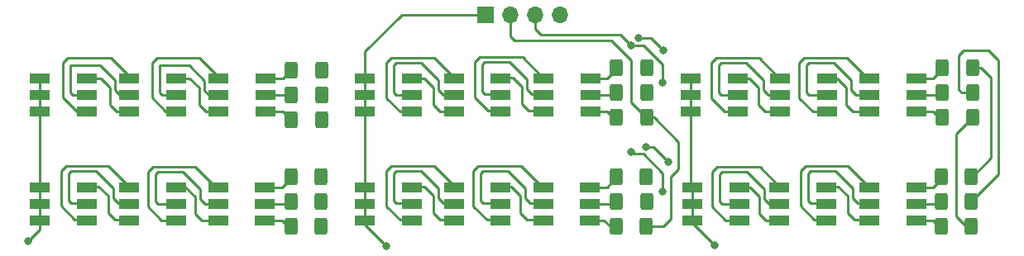
<source format=gbr>
%TF.GenerationSoftware,KiCad,Pcbnew,(6.0.5)*%
%TF.CreationDate,2023-08-09T01:27:25+09:00*%
%TF.ProjectId,TSAL,5453414c-2e6b-4696-9361-645f70636258,rev?*%
%TF.SameCoordinates,Original*%
%TF.FileFunction,Copper,L2,Bot*%
%TF.FilePolarity,Positive*%
%FSLAX46Y46*%
G04 Gerber Fmt 4.6, Leading zero omitted, Abs format (unit mm)*
G04 Created by KiCad (PCBNEW (6.0.5)) date 2023-08-09 01:27:25*
%MOMM*%
%LPD*%
G01*
G04 APERTURE LIST*
G04 Aperture macros list*
%AMRoundRect*
0 Rectangle with rounded corners*
0 $1 Rounding radius*
0 $2 $3 $4 $5 $6 $7 $8 $9 X,Y pos of 4 corners*
0 Add a 4 corners polygon primitive as box body*
4,1,4,$2,$3,$4,$5,$6,$7,$8,$9,$2,$3,0*
0 Add four circle primitives for the rounded corners*
1,1,$1+$1,$2,$3*
1,1,$1+$1,$4,$5*
1,1,$1+$1,$6,$7*
1,1,$1+$1,$8,$9*
0 Add four rect primitives between the rounded corners*
20,1,$1+$1,$2,$3,$4,$5,0*
20,1,$1+$1,$4,$5,$6,$7,0*
20,1,$1+$1,$6,$7,$8,$9,0*
20,1,$1+$1,$8,$9,$2,$3,0*%
G04 Aperture macros list end*
%TA.AperFunction,ComponentPad*%
%ADD10R,1.700000X1.700000*%
%TD*%
%TA.AperFunction,ComponentPad*%
%ADD11O,1.700000X1.700000*%
%TD*%
%TA.AperFunction,SMDPad,CuDef*%
%ADD12RoundRect,0.250000X0.400000X0.625000X-0.400000X0.625000X-0.400000X-0.625000X0.400000X-0.625000X0*%
%TD*%
%TA.AperFunction,SMDPad,CuDef*%
%ADD13R,2.000000X1.100000*%
%TD*%
%TA.AperFunction,ViaPad*%
%ADD14C,0.800000*%
%TD*%
%TA.AperFunction,Conductor*%
%ADD15C,0.250000*%
%TD*%
G04 APERTURE END LIST*
D10*
%TO.P,J1,1*%
%TO.N,12V*%
X141812000Y-119778000D03*
D11*
%TO.P,J1,2*%
%TO.N,TSAL_RED*%
X144352000Y-119778000D03*
%TO.P,J1,3*%
%TO.N,TSAL_GREEN*%
X146892000Y-119778000D03*
%TO.P,J1,4*%
%TO.N,TSAL_BLUE*%
X149432000Y-119778000D03*
%TD*%
D12*
%TO.P,R37,1*%
%TO.N,TSAL_RED*%
X158262000Y-141488000D03*
%TO.P,R37,2*%
%TO.N,Net-(D27-Pad3)*%
X155162000Y-141488000D03*
%TD*%
D13*
%TO.P,D32,1,BK*%
%TO.N,Net-(D25-Pad4)*%
X176752000Y-126358000D03*
%TO.P,D32,2,GK*%
%TO.N,Net-(D25-Pad5)*%
X176752000Y-128058000D03*
%TO.P,D32,3,RK*%
%TO.N,Net-(D25-Pad6)*%
X176752000Y-129758000D03*
%TO.P,D32,4,BA*%
%TO.N,Net-(D32-Pad4)*%
X171952000Y-129758000D03*
%TO.P,D32,5,GA*%
%TO.N,Net-(D32-Pad5)*%
X171952000Y-128058000D03*
%TO.P,D32,6,RA*%
%TO.N,Net-(D32-Pad6)*%
X171952000Y-126358000D03*
%TD*%
%TO.P,D39,1,BK*%
%TO.N,Net-(D32-Pad4)*%
X167614000Y-126339600D03*
%TO.P,D39,2,GK*%
%TO.N,Net-(D32-Pad5)*%
X167614000Y-128039600D03*
%TO.P,D39,3,RK*%
%TO.N,Net-(D32-Pad6)*%
X167614000Y-129739600D03*
%TO.P,D39,4,BA*%
%TO.N,12V*%
X162814000Y-129739600D03*
%TO.P,D39,5,GA*%
X162814000Y-128039600D03*
%TO.P,D39,6,RA*%
X162814000Y-126339600D03*
%TD*%
D12*
%TO.P,R36,1*%
%TO.N,TSAL_BLUE*%
X124992000Y-136388000D03*
%TO.P,R36,2*%
%TO.N,Net-(D26-Pad1)*%
X121892000Y-136388000D03*
%TD*%
D13*
%TO.P,D23,1,BK*%
%TO.N,Net-(D23-Pad1)*%
X152513000Y-126351000D03*
%TO.P,D23,2,GK*%
%TO.N,Net-(D23-Pad2)*%
X152513000Y-128051000D03*
%TO.P,D23,3,RK*%
%TO.N,Net-(D23-Pad3)*%
X152513000Y-129751000D03*
%TO.P,D23,4,BA*%
%TO.N,Net-(D23-Pad4)*%
X147713000Y-129751000D03*
%TO.P,D23,5,GA*%
%TO.N,Net-(D23-Pad5)*%
X147713000Y-128051000D03*
%TO.P,D23,6,RA*%
%TO.N,Net-(D23-Pad6)*%
X147713000Y-126351000D03*
%TD*%
D12*
%TO.P,R35,1*%
%TO.N,TSAL_GREEN*%
X124992000Y-138938000D03*
%TO.P,R35,2*%
%TO.N,Net-(D26-Pad2)*%
X121892000Y-138938000D03*
%TD*%
D13*
%TO.P,D24,1,BK*%
%TO.N,Net-(D24-Pad1)*%
X185890000Y-137488000D03*
%TO.P,D24,2,GK*%
%TO.N,Net-(D24-Pad2)*%
X185890000Y-139188000D03*
%TO.P,D24,3,RK*%
%TO.N,Net-(D24-Pad3)*%
X185890000Y-140888000D03*
%TO.P,D24,4,BA*%
%TO.N,Net-(D24-Pad4)*%
X181090000Y-140888000D03*
%TO.P,D24,5,GA*%
%TO.N,Net-(D24-Pad5)*%
X181090000Y-139188000D03*
%TO.P,D24,6,RA*%
%TO.N,Net-(D24-Pad6)*%
X181090000Y-137488000D03*
%TD*%
%TO.P,D25,1,BK*%
%TO.N,Net-(D25-Pad1)*%
X185892000Y-126358000D03*
%TO.P,D25,2,GK*%
%TO.N,Net-(D25-Pad2)*%
X185892000Y-128058000D03*
%TO.P,D25,3,RK*%
%TO.N,Net-(D25-Pad3)*%
X185892000Y-129758000D03*
%TO.P,D25,4,BA*%
%TO.N,Net-(D25-Pad4)*%
X181092000Y-129758000D03*
%TO.P,D25,5,GA*%
%TO.N,Net-(D25-Pad5)*%
X181092000Y-128058000D03*
%TO.P,D25,6,RA*%
%TO.N,Net-(D25-Pad6)*%
X181092000Y-126358000D03*
%TD*%
D12*
%TO.P,R38,1*%
%TO.N,TSAL_GREEN*%
X158272000Y-138938000D03*
%TO.P,R38,2*%
%TO.N,Net-(D27-Pad2)*%
X155172000Y-138938000D03*
%TD*%
D13*
%TO.P,D38,1,BK*%
%TO.N,Net-(D31-Pad4)*%
X167752000Y-137488000D03*
%TO.P,D38,2,GK*%
%TO.N,Net-(D31-Pad5)*%
X167752000Y-139188000D03*
%TO.P,D38,3,RK*%
%TO.N,Net-(D31-Pad6)*%
X167752000Y-140888000D03*
%TO.P,D38,4,BA*%
%TO.N,12V*%
X162952000Y-140888000D03*
%TO.P,D38,5,GA*%
X162952000Y-139188000D03*
%TO.P,D38,6,RA*%
X162952000Y-137488000D03*
%TD*%
%TO.P,D31,1,BK*%
%TO.N,Net-(D24-Pad4)*%
X176642000Y-137488000D03*
%TO.P,D31,2,GK*%
%TO.N,Net-(D24-Pad5)*%
X176642000Y-139188000D03*
%TO.P,D31,3,RK*%
%TO.N,Net-(D24-Pad6)*%
X176642000Y-140888000D03*
%TO.P,D31,4,BA*%
%TO.N,Net-(D31-Pad4)*%
X171842000Y-140888000D03*
%TO.P,D31,5,GA*%
%TO.N,Net-(D31-Pad5)*%
X171842000Y-139188000D03*
%TO.P,D31,6,RA*%
%TO.N,Net-(D31-Pad6)*%
X171842000Y-137488000D03*
%TD*%
D12*
%TO.P,R32,1*%
%TO.N,TSAL_GREEN*%
X191652000Y-127798000D03*
%TO.P,R32,2*%
%TO.N,Net-(D25-Pad2)*%
X188552000Y-127798000D03*
%TD*%
D13*
%TO.P,D29,1,BK*%
%TO.N,Net-(D22-Pad4)*%
X110102000Y-126318000D03*
%TO.P,D29,2,GK*%
%TO.N,Net-(D22-Pad5)*%
X110102000Y-128018000D03*
%TO.P,D29,3,RK*%
%TO.N,Net-(D22-Pad6)*%
X110102000Y-129718000D03*
%TO.P,D29,4,BA*%
%TO.N,Net-(D29-Pad4)*%
X105302000Y-129718000D03*
%TO.P,D29,5,GA*%
%TO.N,Net-(D29-Pad5)*%
X105302000Y-128018000D03*
%TO.P,D29,6,RA*%
%TO.N,Net-(D29-Pad6)*%
X105302000Y-126318000D03*
%TD*%
%TO.P,D41,1,BK*%
%TO.N,Net-(D34-Pad4)*%
X134232000Y-137488000D03*
%TO.P,D41,2,GK*%
%TO.N,Net-(D34-Pad5)*%
X134232000Y-139188000D03*
%TO.P,D41,3,RK*%
%TO.N,Net-(D34-Pad6)*%
X134232000Y-140888000D03*
%TO.P,D41,4,BA*%
%TO.N,12V*%
X129432000Y-140888000D03*
%TO.P,D41,5,GA*%
X129432000Y-139188000D03*
%TO.P,D41,6,RA*%
X129432000Y-137488000D03*
%TD*%
D12*
%TO.P,R39,1*%
%TO.N,TSAL_BLUE*%
X158262000Y-136398000D03*
%TO.P,R39,2*%
%TO.N,Net-(D27-Pad1)*%
X155162000Y-136398000D03*
%TD*%
%TO.P,R31,1*%
%TO.N,TSAL_RED*%
X191652000Y-130308000D03*
%TO.P,R31,2*%
%TO.N,Net-(D25-Pad3)*%
X188552000Y-130308000D03*
%TD*%
%TO.P,R27,1*%
%TO.N,TSAL_BLUE*%
X158268600Y-125247400D03*
%TO.P,R27,2*%
%TO.N,Net-(D23-Pad1)*%
X155168600Y-125247400D03*
%TD*%
D13*
%TO.P,D26,1,BK*%
%TO.N,Net-(D26-Pad1)*%
X119232000Y-137498000D03*
%TO.P,D26,2,GK*%
%TO.N,Net-(D26-Pad2)*%
X119232000Y-139198000D03*
%TO.P,D26,3,RK*%
%TO.N,Net-(D26-Pad3)*%
X119232000Y-140898000D03*
%TO.P,D26,4,BA*%
%TO.N,Net-(D26-Pad4)*%
X114432000Y-140898000D03*
%TO.P,D26,5,GA*%
%TO.N,Net-(D26-Pad5)*%
X114432000Y-139198000D03*
%TO.P,D26,6,RA*%
%TO.N,Net-(D26-Pad6)*%
X114432000Y-137498000D03*
%TD*%
%TO.P,D36,1,BK*%
%TO.N,Net-(D29-Pad4)*%
X100962000Y-126316000D03*
%TO.P,D36,2,GK*%
%TO.N,Net-(D29-Pad5)*%
X100962000Y-128016000D03*
%TO.P,D36,3,RK*%
%TO.N,Net-(D29-Pad6)*%
X100962000Y-129716000D03*
%TO.P,D36,4,BA*%
%TO.N,12V*%
X96162000Y-129716000D03*
%TO.P,D36,5,GA*%
X96162000Y-128016000D03*
%TO.P,D36,6,RA*%
X96162000Y-126316000D03*
%TD*%
D12*
%TO.P,R25,1*%
%TO.N,TSAL_RED*%
X158268600Y-130327400D03*
%TO.P,R25,2*%
%TO.N,Net-(D23-Pad3)*%
X155168600Y-130327400D03*
%TD*%
D13*
%TO.P,D37,1,BK*%
%TO.N,Net-(D30-Pad4)*%
X134232000Y-126358000D03*
%TO.P,D37,2,GK*%
%TO.N,Net-(D30-Pad5)*%
X134232000Y-128058000D03*
%TO.P,D37,3,RK*%
%TO.N,Net-(D30-Pad6)*%
X134232000Y-129758000D03*
%TO.P,D37,4,BA*%
%TO.N,12V*%
X129432000Y-129758000D03*
%TO.P,D37,5,GA*%
X129432000Y-128058000D03*
%TO.P,D37,6,RA*%
X129432000Y-126358000D03*
%TD*%
D12*
%TO.P,R34,1*%
%TO.N,TSAL_RED*%
X124992000Y-141488000D03*
%TO.P,R34,2*%
%TO.N,Net-(D26-Pad3)*%
X121892000Y-141488000D03*
%TD*%
D13*
%TO.P,D30,1,BK*%
%TO.N,Net-(D23-Pad4)*%
X143362000Y-126348000D03*
%TO.P,D30,2,GK*%
%TO.N,Net-(D23-Pad5)*%
X143362000Y-128048000D03*
%TO.P,D30,3,RK*%
%TO.N,Net-(D23-Pad6)*%
X143362000Y-129748000D03*
%TO.P,D30,4,BA*%
%TO.N,Net-(D30-Pad4)*%
X138562000Y-129748000D03*
%TO.P,D30,5,GA*%
%TO.N,Net-(D30-Pad5)*%
X138562000Y-128048000D03*
%TO.P,D30,6,RA*%
%TO.N,Net-(D30-Pad6)*%
X138562000Y-126348000D03*
%TD*%
%TO.P,D40,1,BK*%
%TO.N,Net-(D33-Pad4)*%
X100952000Y-137488000D03*
%TO.P,D40,2,GK*%
%TO.N,Net-(D33-Pad5)*%
X100952000Y-139188000D03*
%TO.P,D40,3,RK*%
%TO.N,Net-(D33-Pad6)*%
X100952000Y-140888000D03*
%TO.P,D40,4,BA*%
%TO.N,12V*%
X96152000Y-140888000D03*
%TO.P,D40,5,GA*%
X96152000Y-139188000D03*
%TO.P,D40,6,RA*%
X96152000Y-137488000D03*
%TD*%
%TO.P,D33,1,BK*%
%TO.N,Net-(D26-Pad4)*%
X110092000Y-137498000D03*
%TO.P,D33,2,GK*%
%TO.N,Net-(D26-Pad5)*%
X110092000Y-139198000D03*
%TO.P,D33,3,RK*%
%TO.N,Net-(D26-Pad6)*%
X110092000Y-140898000D03*
%TO.P,D33,4,BA*%
%TO.N,Net-(D33-Pad4)*%
X105292000Y-140898000D03*
%TO.P,D33,5,GA*%
%TO.N,Net-(D33-Pad5)*%
X105292000Y-139198000D03*
%TO.P,D33,6,RA*%
%TO.N,Net-(D33-Pad6)*%
X105292000Y-137498000D03*
%TD*%
%TO.P,D22,1,BK*%
%TO.N,Net-(D22-Pad1)*%
X119242000Y-126316000D03*
%TO.P,D22,2,GK*%
%TO.N,Net-(D22-Pad2)*%
X119242000Y-128016000D03*
%TO.P,D22,3,RK*%
%TO.N,Net-(D22-Pad3)*%
X119242000Y-129716000D03*
%TO.P,D22,4,BA*%
%TO.N,Net-(D22-Pad4)*%
X114442000Y-129716000D03*
%TO.P,D22,5,GA*%
%TO.N,Net-(D22-Pad5)*%
X114442000Y-128016000D03*
%TO.P,D22,6,RA*%
%TO.N,Net-(D22-Pad6)*%
X114442000Y-126316000D03*
%TD*%
%TO.P,D34,1,BK*%
%TO.N,Net-(D27-Pad4)*%
X143362000Y-137488000D03*
%TO.P,D34,2,GK*%
%TO.N,Net-(D27-Pad5)*%
X143362000Y-139188000D03*
%TO.P,D34,3,RK*%
%TO.N,Net-(D27-Pad6)*%
X143362000Y-140888000D03*
%TO.P,D34,4,BA*%
%TO.N,Net-(D34-Pad4)*%
X138562000Y-140888000D03*
%TO.P,D34,5,GA*%
%TO.N,Net-(D34-Pad5)*%
X138562000Y-139188000D03*
%TO.P,D34,6,RA*%
%TO.N,Net-(D34-Pad6)*%
X138562000Y-137488000D03*
%TD*%
D12*
%TO.P,R24,1*%
%TO.N,TSAL_BLUE*%
X124994000Y-125476000D03*
%TO.P,R24,2*%
%TO.N,Net-(D22-Pad1)*%
X121894000Y-125476000D03*
%TD*%
%TO.P,R28,1*%
%TO.N,TSAL_RED*%
X191540000Y-141478000D03*
%TO.P,R28,2*%
%TO.N,Net-(D24-Pad3)*%
X188440000Y-141478000D03*
%TD*%
%TO.P,R23,1*%
%TO.N,TSAL_GREEN*%
X124994000Y-128016000D03*
%TO.P,R23,2*%
%TO.N,Net-(D22-Pad2)*%
X121894000Y-128016000D03*
%TD*%
%TO.P,R30,1*%
%TO.N,TSAL_BLUE*%
X191540000Y-136398000D03*
%TO.P,R30,2*%
%TO.N,Net-(D24-Pad1)*%
X188440000Y-136398000D03*
%TD*%
%TO.P,R29,1*%
%TO.N,TSAL_GREEN*%
X191540000Y-138938000D03*
%TO.P,R29,2*%
%TO.N,Net-(D24-Pad2)*%
X188440000Y-138938000D03*
%TD*%
%TO.P,R22,1*%
%TO.N,TSAL_RED*%
X124994000Y-130556000D03*
%TO.P,R22,2*%
%TO.N,Net-(D22-Pad3)*%
X121894000Y-130556000D03*
%TD*%
D13*
%TO.P,D27,1,BK*%
%TO.N,Net-(D27-Pad1)*%
X152502000Y-137498000D03*
%TO.P,D27,2,GK*%
%TO.N,Net-(D27-Pad2)*%
X152502000Y-139198000D03*
%TO.P,D27,3,RK*%
%TO.N,Net-(D27-Pad3)*%
X152502000Y-140898000D03*
%TO.P,D27,4,BA*%
%TO.N,Net-(D27-Pad4)*%
X147702000Y-140898000D03*
%TO.P,D27,5,GA*%
%TO.N,Net-(D27-Pad5)*%
X147702000Y-139198000D03*
%TO.P,D27,6,RA*%
%TO.N,Net-(D27-Pad6)*%
X147702000Y-137498000D03*
%TD*%
D12*
%TO.P,R33,1*%
%TO.N,TSAL_BLUE*%
X191652000Y-125218000D03*
%TO.P,R33,2*%
%TO.N,Net-(D25-Pad1)*%
X188552000Y-125218000D03*
%TD*%
%TO.P,R26,1*%
%TO.N,TSAL_GREEN*%
X158268600Y-127787400D03*
%TO.P,R26,2*%
%TO.N,Net-(D23-Pad2)*%
X155168600Y-127787400D03*
%TD*%
D14*
%TO.N,TSAL_RED*%
X124994000Y-130556000D03*
X191656000Y-130302000D03*
X158242000Y-141478000D03*
X158242000Y-130302000D03*
X124968000Y-141478000D03*
X191542000Y-141478000D03*
%TO.N,TSAL_GREEN*%
X159943500Y-137922000D03*
X159949070Y-126746000D03*
X156718000Y-133858000D03*
X191542000Y-138938000D03*
X158242000Y-138938000D03*
X156718000Y-122936000D03*
X124988430Y-138938000D03*
X158242000Y-127762000D03*
X191656000Y-127797142D03*
X124994000Y-128016000D03*
%TO.N,TSAL_BLUE*%
X124988430Y-136377570D03*
X160020000Y-123444000D03*
X158242000Y-133350000D03*
X191656000Y-125222000D03*
X158399571Y-125125571D03*
X191650430Y-136398000D03*
X157480000Y-122174000D03*
X158242000Y-136398000D03*
X124994000Y-125476000D03*
X160528000Y-134874000D03*
%TO.N,12V*%
X165245000Y-143401000D03*
X94996000Y-143002000D03*
X131608000Y-143510000D03*
%TD*%
D15*
%TO.N,TSAL_RED*%
X191008000Y-141478000D02*
X191540000Y-141478000D01*
X144780000Y-122428000D02*
X144352000Y-122000000D01*
X156718000Y-128778000D02*
X156718000Y-124460000D01*
X160782000Y-140716000D02*
X160010000Y-141488000D01*
X161544000Y-135636000D02*
X160782000Y-136398000D01*
X158242000Y-130302000D02*
X156718000Y-128778000D01*
X191652000Y-130308000D02*
X189992000Y-131968000D01*
X158268600Y-130327400D02*
X159029400Y-130327400D01*
X189992000Y-140462000D02*
X191008000Y-141478000D01*
X161544000Y-132842000D02*
X161544000Y-135636000D01*
X159029400Y-130327400D02*
X161544000Y-132842000D01*
X160010000Y-141488000D02*
X158262000Y-141488000D01*
X189992000Y-131968000D02*
X189992000Y-140462000D01*
X144352000Y-122000000D02*
X144352000Y-119778000D01*
X160782000Y-136398000D02*
X160782000Y-140716000D01*
X154686000Y-122428000D02*
X144780000Y-122428000D01*
X156718000Y-124460000D02*
X154686000Y-122428000D01*
%TO.N,Net-(D22-Pad3)*%
X121054000Y-129716000D02*
X119494000Y-129716000D01*
X121894000Y-130556000D02*
X121054000Y-129716000D01*
%TO.N,TSAL_GREEN*%
X155600000Y-121818000D02*
X147472000Y-121818000D01*
X156934511Y-134074511D02*
X157944941Y-134074511D01*
X156718000Y-122936000D02*
X157988000Y-122936000D01*
X159943500Y-136073070D02*
X159943500Y-137922000D01*
X157944941Y-134074511D02*
X159943500Y-136073070D01*
X190536000Y-127798000D02*
X191652000Y-127798000D01*
X194310000Y-136168000D02*
X194310000Y-124460000D01*
X190246000Y-127508000D02*
X190536000Y-127798000D01*
X190246000Y-123952000D02*
X190246000Y-127508000D01*
X159949070Y-124897070D02*
X159949070Y-126746000D01*
X157988000Y-122936000D02*
X159949070Y-124897070D01*
X146892000Y-121238000D02*
X146892000Y-119778000D01*
X194310000Y-124460000D02*
X193294000Y-123444000D01*
X156718000Y-122936000D02*
X155600000Y-121818000D01*
X147472000Y-121818000D02*
X146892000Y-121238000D01*
X191540000Y-138938000D02*
X194310000Y-136168000D01*
X190754000Y-123444000D02*
X190246000Y-123952000D01*
X193294000Y-123444000D02*
X190754000Y-123444000D01*
X156718000Y-133858000D02*
X156934511Y-134074511D01*
%TO.N,TSAL_BLUE*%
X158242000Y-133350000D02*
X159004000Y-133350000D01*
X158750000Y-122174000D02*
X160020000Y-123444000D01*
X193548000Y-126238000D02*
X192532000Y-125222000D01*
X159004000Y-133350000D02*
X160528000Y-134874000D01*
X192532000Y-125222000D02*
X191656000Y-125222000D01*
X193548000Y-134500430D02*
X193548000Y-126238000D01*
X157480000Y-122174000D02*
X158750000Y-122174000D01*
X191650430Y-136398000D02*
X193548000Y-134500430D01*
%TO.N,Net-(D22-Pad2)*%
X121894000Y-128016000D02*
X119494000Y-128016000D01*
%TO.N,Net-(D22-Pad1)*%
X121054000Y-126316000D02*
X119494000Y-126316000D01*
X121894000Y-125476000D02*
X121054000Y-126316000D01*
%TO.N,Net-(D23-Pad3)*%
X155053000Y-130591000D02*
X154213000Y-129751000D01*
X154213000Y-129751000D02*
X152513000Y-129751000D01*
%TO.N,Net-(D23-Pad2)*%
X155053000Y-128051000D02*
X152513000Y-128051000D01*
%TO.N,Net-(D23-Pad1)*%
X154213000Y-126351000D02*
X152513000Y-126351000D01*
X155053000Y-125511000D02*
X154213000Y-126351000D01*
%TO.N,Net-(D24-Pad3)*%
X187600000Y-140888000D02*
X188440000Y-141728000D01*
X185890000Y-140888000D02*
X187600000Y-140888000D01*
%TO.N,Net-(D24-Pad2)*%
X188440000Y-139188000D02*
X185890000Y-139188000D01*
%TO.N,Net-(D24-Pad1)*%
X185890000Y-137488000D02*
X187600000Y-137488000D01*
X187600000Y-137488000D02*
X188440000Y-136648000D01*
%TO.N,Net-(D25-Pad2)*%
X188416000Y-128039600D02*
X185762000Y-128039600D01*
%TO.N,Net-(D25-Pad4)*%
X178733000Y-127277600D02*
X177795000Y-126339600D01*
X178733000Y-129055600D02*
X178733000Y-127277600D01*
X177795000Y-126339600D02*
X176561000Y-126339600D01*
X180905000Y-129739600D02*
X179417000Y-129739600D01*
X179417000Y-129739600D02*
X178733000Y-129055600D01*
%TO.N,Net-(D25-Pad5)*%
X174923000Y-124737600D02*
X177463000Y-124737600D01*
X174669000Y-127785600D02*
X174669000Y-124991600D01*
X179241000Y-126515600D02*
X179241000Y-127531600D01*
X174669000Y-124991600D02*
X174923000Y-124737600D01*
X179749000Y-128039600D02*
X180905000Y-128039600D01*
X179241000Y-127531600D02*
X179749000Y-128039600D01*
X176561000Y-128039600D02*
X174923000Y-128039600D01*
X177463000Y-124737600D02*
X179241000Y-126515600D01*
X174923000Y-128039600D02*
X174669000Y-127785600D01*
%TO.N,Net-(D25-Pad6)*%
X176561000Y-129739600D02*
X175311000Y-129739600D01*
X174415000Y-124229600D02*
X178795000Y-124229600D01*
X173907000Y-124737600D02*
X174415000Y-124229600D01*
X173907000Y-128335600D02*
X173907000Y-124737600D01*
X175311000Y-129739600D02*
X173907000Y-128335600D01*
X178795000Y-124229600D02*
X180905000Y-126339600D01*
%TO.N,Net-(D22-Pad4)*%
X114637000Y-129716000D02*
X113149000Y-129716000D01*
X112465000Y-127254000D02*
X111527000Y-126316000D01*
X112465000Y-129032000D02*
X112465000Y-127254000D01*
X113149000Y-129716000D02*
X112465000Y-129032000D01*
X111527000Y-126316000D02*
X110293000Y-126316000D01*
%TO.N,Net-(D22-Pad5)*%
X113030000Y-127565000D02*
X113481000Y-128016000D01*
X108401000Y-124968000D02*
X111449000Y-124968000D01*
X108655000Y-128016000D02*
X108401000Y-127762000D01*
X113481000Y-128016000D02*
X114637000Y-128016000D01*
X113030000Y-126549000D02*
X113030000Y-127565000D01*
X108401000Y-127762000D02*
X108401000Y-124968000D01*
X110293000Y-128016000D02*
X108655000Y-128016000D01*
X111449000Y-124968000D02*
X113030000Y-126549000D01*
%TO.N,Net-(D22-Pad6)*%
X107639000Y-124714000D02*
X108147000Y-124206000D01*
X109043000Y-129716000D02*
X107639000Y-128312000D01*
X108147000Y-124206000D02*
X112527000Y-124206000D01*
X112527000Y-124206000D02*
X114637000Y-126316000D01*
X110293000Y-129716000D02*
X109043000Y-129716000D01*
X107639000Y-128312000D02*
X107639000Y-124714000D01*
%TO.N,Net-(D26-Pad4)*%
X112724000Y-140888000D02*
X112040000Y-140204000D01*
X114212000Y-140888000D02*
X112724000Y-140888000D01*
X111102000Y-137488000D02*
X109868000Y-137488000D01*
X112040000Y-140204000D02*
X112040000Y-138426000D01*
X112040000Y-138426000D02*
X111102000Y-137488000D01*
%TO.N,Net-(D26-Pad5)*%
X113056000Y-139188000D02*
X114212000Y-139188000D01*
X112548000Y-138680000D02*
X113056000Y-139188000D01*
X108230000Y-139188000D02*
X107976000Y-138934000D01*
X107976000Y-138934000D02*
X107976000Y-136140000D01*
X110770000Y-135886000D02*
X112548000Y-137664000D01*
X108230000Y-135886000D02*
X110770000Y-135886000D01*
X112548000Y-137664000D02*
X112548000Y-138680000D01*
X107976000Y-136140000D02*
X108230000Y-135886000D01*
X109868000Y-139188000D02*
X108230000Y-139188000D01*
%TO.N,Net-(D26-Pad6)*%
X107214000Y-139484000D02*
X107214000Y-135886000D01*
X107214000Y-135886000D02*
X107722000Y-135378000D01*
X109868000Y-140888000D02*
X108618000Y-140888000D01*
X107722000Y-135378000D02*
X112102000Y-135378000D01*
X108618000Y-140888000D02*
X107214000Y-139484000D01*
X112102000Y-135378000D02*
X114212000Y-137488000D01*
%TO.N,Net-(D23-Pad4)*%
X146189000Y-129673000D02*
X145505000Y-128989000D01*
X145505000Y-128989000D02*
X145505000Y-127211000D01*
X147677000Y-129673000D02*
X146189000Y-129673000D01*
X144567000Y-126273000D02*
X143333000Y-126273000D01*
X145505000Y-127211000D02*
X144567000Y-126273000D01*
%TO.N,Net-(D23-Pad5)*%
X144235000Y-124671000D02*
X146013000Y-126449000D01*
X141695000Y-127973000D02*
X141441000Y-127719000D01*
X143333000Y-127973000D02*
X141695000Y-127973000D01*
X146013000Y-126449000D02*
X146013000Y-127465000D01*
X141441000Y-127719000D02*
X141441000Y-124925000D01*
X146521000Y-127973000D02*
X147677000Y-127973000D01*
X141695000Y-124671000D02*
X144235000Y-124671000D01*
X141441000Y-124925000D02*
X141695000Y-124671000D01*
X146013000Y-127465000D02*
X146521000Y-127973000D01*
%TO.N,Net-(D23-Pad6)*%
X145567000Y-124163000D02*
X147677000Y-126273000D01*
X141187000Y-124163000D02*
X145567000Y-124163000D01*
X142083000Y-129673000D02*
X140679000Y-128269000D01*
X143333000Y-129673000D02*
X142083000Y-129673000D01*
X140679000Y-124671000D02*
X141187000Y-124163000D01*
X140679000Y-128269000D02*
X140679000Y-124671000D01*
%TO.N,Net-(D27-Pad4)*%
X145372000Y-140151000D02*
X145372000Y-138373000D01*
X147544000Y-140835000D02*
X146056000Y-140835000D01*
X146056000Y-140835000D02*
X145372000Y-140151000D01*
X144434000Y-137435000D02*
X143200000Y-137435000D01*
X145372000Y-138373000D02*
X144434000Y-137435000D01*
%TO.N,Net-(D27-Pad5)*%
X145880000Y-138627000D02*
X146388000Y-139135000D01*
X141308000Y-136087000D02*
X141562000Y-135833000D01*
X146388000Y-139135000D02*
X147544000Y-139135000D01*
X143200000Y-139135000D02*
X141562000Y-139135000D01*
X141562000Y-135833000D02*
X144102000Y-135833000D01*
X141308000Y-138881000D02*
X141308000Y-136087000D01*
X141562000Y-139135000D02*
X141308000Y-138881000D01*
X144102000Y-135833000D02*
X145880000Y-137611000D01*
X145880000Y-137611000D02*
X145880000Y-138627000D01*
%TO.N,Net-(D27-Pad6)*%
X143200000Y-140835000D02*
X141950000Y-140835000D01*
X141950000Y-140835000D02*
X140546000Y-139431000D01*
X145434000Y-135325000D02*
X147544000Y-137435000D01*
X141054000Y-135325000D02*
X145434000Y-135325000D01*
X140546000Y-135833000D02*
X141054000Y-135325000D01*
X140546000Y-139431000D02*
X140546000Y-135833000D01*
%TO.N,Net-(D24-Pad4)*%
X181017000Y-140810000D02*
X179529000Y-140810000D01*
X177907000Y-137410000D02*
X176673000Y-137410000D01*
X178845000Y-138348000D02*
X177907000Y-137410000D01*
X178845000Y-140126000D02*
X178845000Y-138348000D01*
X179529000Y-140810000D02*
X178845000Y-140126000D01*
%TO.N,Net-(D24-Pad5)*%
X177575000Y-135808000D02*
X179353000Y-137586000D01*
X174781000Y-136062000D02*
X175035000Y-135808000D01*
X175035000Y-135808000D02*
X177575000Y-135808000D01*
X174781000Y-138856000D02*
X174781000Y-136062000D01*
X175035000Y-139110000D02*
X174781000Y-138856000D01*
X179353000Y-137586000D02*
X179353000Y-138602000D01*
X176673000Y-139110000D02*
X175035000Y-139110000D01*
X179353000Y-138602000D02*
X179861000Y-139110000D01*
X179861000Y-139110000D02*
X181017000Y-139110000D01*
%TO.N,Net-(D24-Pad6)*%
X174019000Y-135808000D02*
X174527000Y-135300000D01*
X175423000Y-140810000D02*
X174019000Y-139406000D01*
X174527000Y-135300000D02*
X178907000Y-135300000D01*
X174019000Y-139406000D02*
X174019000Y-135808000D01*
X176673000Y-140810000D02*
X175423000Y-140810000D01*
X178907000Y-135300000D02*
X181017000Y-137410000D01*
%TO.N,Net-(D29-Pad4)*%
X102440000Y-126316000D02*
X101206000Y-126316000D01*
X103378000Y-129032000D02*
X103378000Y-127254000D01*
X104062000Y-129716000D02*
X103378000Y-129032000D01*
X105550000Y-129716000D02*
X104062000Y-129716000D01*
X103378000Y-127254000D02*
X102440000Y-126316000D01*
%TO.N,Net-(D29-Pad5)*%
X102362000Y-124968000D02*
X103886000Y-126492000D01*
X99568000Y-128016000D02*
X99314000Y-127762000D01*
X104394000Y-128016000D02*
X105550000Y-128016000D01*
X103886000Y-127508000D02*
X104394000Y-128016000D01*
X99314000Y-127762000D02*
X99314000Y-124968000D01*
X99314000Y-124968000D02*
X102362000Y-124968000D01*
X101206000Y-128016000D02*
X99568000Y-128016000D01*
X103886000Y-126492000D02*
X103886000Y-127508000D01*
%TO.N,Net-(D29-Pad6)*%
X99956000Y-129716000D02*
X98552000Y-128312000D01*
X98552000Y-124714000D02*
X99060000Y-124206000D01*
X103440000Y-124206000D02*
X105550000Y-126316000D01*
X99060000Y-124206000D02*
X103440000Y-124206000D01*
X101206000Y-129716000D02*
X99956000Y-129716000D01*
X98552000Y-128312000D02*
X98552000Y-124714000D01*
%TO.N,Net-(D30-Pad4)*%
X136480000Y-129067000D02*
X136480000Y-127289000D01*
X138652000Y-129751000D02*
X137164000Y-129751000D01*
X137164000Y-129751000D02*
X136480000Y-129067000D01*
X136480000Y-127289000D02*
X135542000Y-126351000D01*
X135542000Y-126351000D02*
X134308000Y-126351000D01*
%TO.N,Net-(D30-Pad5)*%
X132416000Y-125003000D02*
X132670000Y-124749000D01*
X134308000Y-128051000D02*
X132670000Y-128051000D01*
X137496000Y-128051000D02*
X138652000Y-128051000D01*
X135210000Y-124749000D02*
X136988000Y-126527000D01*
X136988000Y-127543000D02*
X137496000Y-128051000D01*
X132416000Y-127797000D02*
X132416000Y-125003000D01*
X132670000Y-124749000D02*
X135210000Y-124749000D01*
X132670000Y-128051000D02*
X132416000Y-127797000D01*
X136988000Y-126527000D02*
X136988000Y-127543000D01*
%TO.N,Net-(D30-Pad6)*%
X134308000Y-129751000D02*
X133058000Y-129751000D01*
X133058000Y-129751000D02*
X131654000Y-128347000D01*
X132162000Y-124241000D02*
X136542000Y-124241000D01*
X136542000Y-124241000D02*
X138652000Y-126351000D01*
X131654000Y-124749000D02*
X132162000Y-124241000D01*
X131654000Y-128347000D02*
X131654000Y-124749000D01*
%TO.N,Net-(D31-Pad4)*%
X169810000Y-140204000D02*
X169810000Y-138426000D01*
X169810000Y-138426000D02*
X168872000Y-137488000D01*
X171982000Y-140888000D02*
X170494000Y-140888000D01*
X168872000Y-137488000D02*
X167638000Y-137488000D01*
X170494000Y-140888000D02*
X169810000Y-140204000D01*
%TO.N,Net-(D31-Pad5)*%
X168540000Y-135886000D02*
X170318000Y-137664000D01*
X170318000Y-137664000D02*
X170318000Y-138680000D01*
X170826000Y-139188000D02*
X171982000Y-139188000D01*
X166000000Y-135886000D02*
X168540000Y-135886000D01*
X170318000Y-138680000D02*
X170826000Y-139188000D01*
X167638000Y-139188000D02*
X166000000Y-139188000D01*
X165746000Y-136140000D02*
X166000000Y-135886000D01*
X166000000Y-139188000D02*
X165746000Y-138934000D01*
X165746000Y-138934000D02*
X165746000Y-136140000D01*
%TO.N,Net-(D31-Pad6)*%
X164984000Y-139484000D02*
X164984000Y-135886000D01*
X165492000Y-135378000D02*
X169872000Y-135378000D01*
X166388000Y-140888000D02*
X164984000Y-139484000D01*
X169872000Y-135378000D02*
X171982000Y-137488000D01*
X164984000Y-135886000D02*
X165492000Y-135378000D01*
X167638000Y-140888000D02*
X166388000Y-140888000D01*
%TO.N,Net-(D32-Pad4)*%
X168786000Y-126339600D02*
X167552000Y-126339600D01*
X171896000Y-129739600D02*
X170408000Y-129739600D01*
X170408000Y-129739600D02*
X169724000Y-129055600D01*
X169724000Y-129055600D02*
X169724000Y-127277600D01*
X169724000Y-127277600D02*
X168786000Y-126339600D01*
%TO.N,Net-(D32-Pad5)*%
X165660000Y-127785600D02*
X165660000Y-124991600D01*
X167552000Y-128039600D02*
X165914000Y-128039600D01*
X170232000Y-126515600D02*
X170232000Y-127531600D01*
X170740000Y-128039600D02*
X171896000Y-128039600D01*
X168454000Y-124737600D02*
X170232000Y-126515600D01*
X165660000Y-124991600D02*
X165914000Y-124737600D01*
X165914000Y-124737600D02*
X168454000Y-124737600D01*
X170232000Y-127531600D02*
X170740000Y-128039600D01*
X165914000Y-128039600D02*
X165660000Y-127785600D01*
%TO.N,Net-(D32-Pad6)*%
X167552000Y-129739600D02*
X166302000Y-129739600D01*
X165406000Y-124229600D02*
X169786000Y-124229600D01*
X164898000Y-124737600D02*
X165406000Y-124229600D01*
X164898000Y-128335600D02*
X164898000Y-124737600D01*
X166302000Y-129739600D02*
X164898000Y-128335600D01*
X169786000Y-124229600D02*
X171896000Y-126339600D01*
%TO.N,Net-(D34-Pad4)*%
X138654000Y-140835000D02*
X137166000Y-140835000D01*
X136482000Y-140151000D02*
X136482000Y-138373000D01*
X136482000Y-138373000D02*
X135544000Y-137435000D01*
X137166000Y-140835000D02*
X136482000Y-140151000D01*
X135544000Y-137435000D02*
X134310000Y-137435000D01*
%TO.N,Net-(D34-Pad5)*%
X137498000Y-139135000D02*
X138654000Y-139135000D01*
X132672000Y-135833000D02*
X135212000Y-135833000D01*
X134310000Y-139135000D02*
X132672000Y-139135000D01*
X132672000Y-139135000D02*
X132418000Y-138881000D01*
X132418000Y-138881000D02*
X132418000Y-136087000D01*
X136990000Y-137611000D02*
X136990000Y-138627000D01*
X135212000Y-135833000D02*
X136990000Y-137611000D01*
X136990000Y-138627000D02*
X137498000Y-139135000D01*
X132418000Y-136087000D02*
X132672000Y-135833000D01*
%TO.N,Net-(D34-Pad6)*%
X136544000Y-135325000D02*
X138654000Y-137435000D01*
X131656000Y-135833000D02*
X132164000Y-135325000D01*
X132164000Y-135325000D02*
X136544000Y-135325000D01*
X133060000Y-140835000D02*
X131656000Y-139431000D01*
X134310000Y-140835000D02*
X133060000Y-140835000D01*
X131656000Y-139431000D02*
X131656000Y-135833000D01*
%TO.N,Net-(D25-Pad3)*%
X187576000Y-129739600D02*
X188416000Y-130579600D01*
X185762000Y-129739600D02*
X187576000Y-129739600D01*
%TO.N,Net-(D25-Pad1)*%
X187576000Y-126339600D02*
X188416000Y-125499600D01*
X185762000Y-126339600D02*
X187576000Y-126339600D01*
%TO.N,Net-(D33-Pad4)*%
X105322000Y-140810000D02*
X103834000Y-140810000D01*
X103150000Y-138348000D02*
X102212000Y-137410000D01*
X103834000Y-140810000D02*
X103150000Y-140126000D01*
X103150000Y-140126000D02*
X103150000Y-138348000D01*
X102212000Y-137410000D02*
X100978000Y-137410000D01*
%TO.N,Net-(D33-Pad5)*%
X99086000Y-138856000D02*
X99086000Y-136062000D01*
X101880000Y-135808000D02*
X103658000Y-137586000D01*
X99340000Y-135808000D02*
X101880000Y-135808000D01*
X104166000Y-139110000D02*
X105322000Y-139110000D01*
X100978000Y-139110000D02*
X99340000Y-139110000D01*
X103658000Y-137586000D02*
X103658000Y-138602000D01*
X99086000Y-136062000D02*
X99340000Y-135808000D01*
X103658000Y-138602000D02*
X104166000Y-139110000D01*
X99340000Y-139110000D02*
X99086000Y-138856000D01*
%TO.N,Net-(D33-Pad6)*%
X98324000Y-135808000D02*
X98832000Y-135300000D01*
X98832000Y-135300000D02*
X103212000Y-135300000D01*
X103212000Y-135300000D02*
X105322000Y-137410000D01*
X99728000Y-140810000D02*
X98324000Y-139406000D01*
X98324000Y-139406000D02*
X98324000Y-135808000D01*
X100978000Y-140810000D02*
X99728000Y-140810000D01*
%TO.N,12V*%
X96152000Y-137488000D02*
X96152000Y-141846000D01*
X162952000Y-141108000D02*
X165245000Y-143401000D01*
X129432000Y-123552000D02*
X129432000Y-126358000D01*
X96152000Y-126326000D02*
X96162000Y-126316000D01*
X96152000Y-141846000D02*
X94996000Y-143002000D01*
X129432000Y-141334000D02*
X131608000Y-143510000D01*
X129432000Y-137488000D02*
X129432000Y-141334000D01*
X129432000Y-126358000D02*
X129432000Y-137488000D01*
X133206000Y-119778000D02*
X129432000Y-123552000D01*
X162952000Y-137488000D02*
X162952000Y-141108000D01*
X162814000Y-126339600D02*
X162814000Y-137350000D01*
X96152000Y-137488000D02*
X96152000Y-126326000D01*
X141812000Y-119778000D02*
X133206000Y-119778000D01*
X162814000Y-137350000D02*
X162952000Y-137488000D01*
%TO.N,Net-(D26-Pad3)*%
X119126000Y-140888000D02*
X120940000Y-140888000D01*
X120940000Y-140888000D02*
X121780000Y-141728000D01*
%TO.N,Net-(D26-Pad2)*%
X119126000Y-139188000D02*
X121780000Y-139188000D01*
%TO.N,Net-(D26-Pad1)*%
X120940000Y-137488000D02*
X121780000Y-136648000D01*
X119126000Y-137488000D02*
X120940000Y-137488000D01*
%TO.N,Net-(D27-Pad3)*%
X153942000Y-140873000D02*
X154920000Y-141851000D01*
X152370000Y-140873000D02*
X153942000Y-140873000D01*
%TO.N,Net-(D27-Pad2)*%
X154920000Y-139311000D02*
X154782000Y-139173000D01*
X154782000Y-139173000D02*
X152370000Y-139173000D01*
%TO.N,Net-(D27-Pad1)*%
X152370000Y-137473000D02*
X154218000Y-137473000D01*
X154218000Y-137473000D02*
X154920000Y-136771000D01*
%TD*%
M02*

</source>
